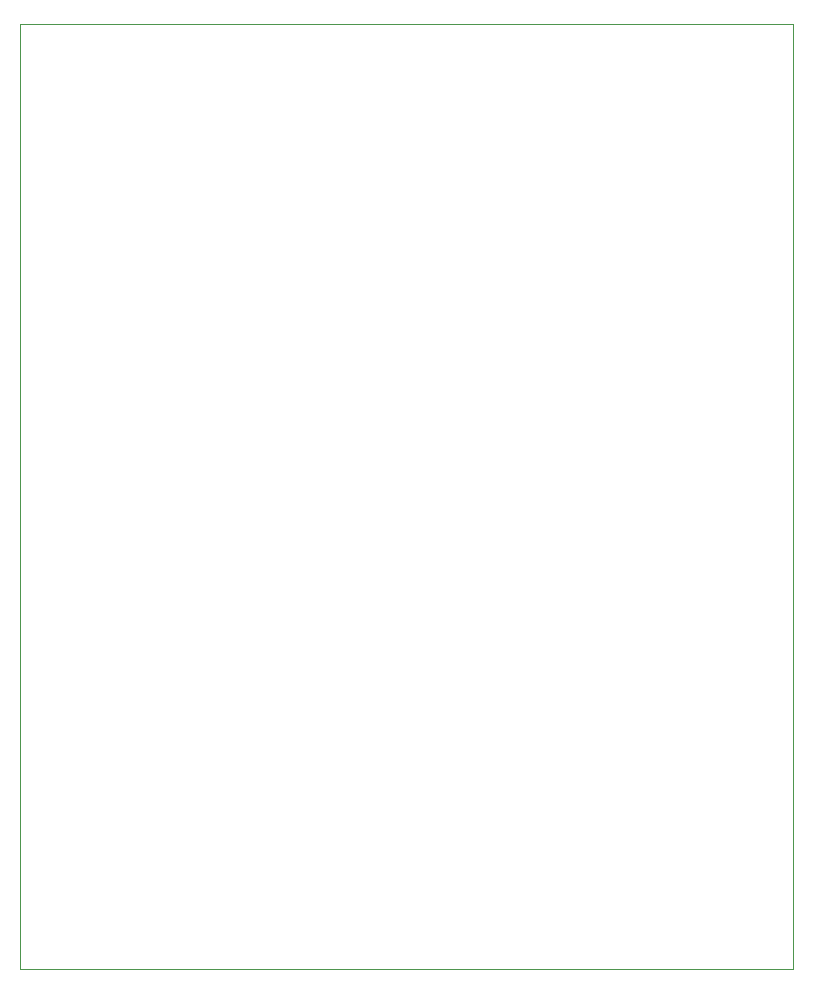
<source format=gbr>
%TF.GenerationSoftware,KiCad,Pcbnew,(7.0.0-0)*%
%TF.CreationDate,2023-04-20T13:26:23-06:00*%
%TF.ProjectId,Phase B - PCB,50686173-6520-4422-902d-205043422e6b,rev?*%
%TF.SameCoordinates,Original*%
%TF.FileFunction,Profile,NP*%
%FSLAX46Y46*%
G04 Gerber Fmt 4.6, Leading zero omitted, Abs format (unit mm)*
G04 Created by KiCad (PCBNEW (7.0.0-0)) date 2023-04-20 13:26:23*
%MOMM*%
%LPD*%
G01*
G04 APERTURE LIST*
%TA.AperFunction,Profile*%
%ADD10C,0.050000*%
%TD*%
G04 APERTURE END LIST*
D10*
X110200000Y-55000000D02*
X175700000Y-55000000D01*
X175700000Y-55000000D02*
X175700000Y-135000000D01*
X175700000Y-135000000D02*
X110200000Y-135000000D01*
X110200000Y-135000000D02*
X110200000Y-55000000D01*
M02*

</source>
